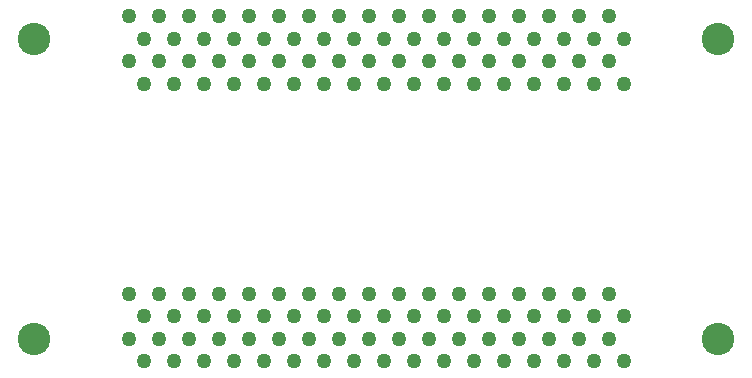
<source format=gbr>
%TF.GenerationSoftware,Altium Limited,Altium Designer,25.0.2 (28)*%
G04 Layer_Color=8388736*
%FSLAX45Y45*%
%MOMM*%
%TF.SameCoordinates,44E48E83-7C08-43AE-99C3-F3FE45A01566*%
%TF.FilePolarity,Negative*%
%TF.FileFunction,Soldermask,Top*%
%TF.Part,Single*%
G01*
G75*
%TA.AperFunction,ComponentPad*%
%ADD14C,2.74320*%
%ADD15C,1.27000*%
D14*
X2882900Y5524500D02*
D03*
X8674100D02*
D03*
Y2984500D02*
D03*
X2882900D02*
D03*
D15*
X3683000Y5334000D02*
D03*
X3937000D02*
D03*
X3810000Y5143500D02*
D03*
X4191000Y5334000D02*
D03*
X4064000Y5143500D02*
D03*
X4445000Y5334000D02*
D03*
X4318000Y5143500D02*
D03*
X4699000Y5334000D02*
D03*
X4572000Y5143500D02*
D03*
X4953000Y5334000D02*
D03*
X4826000Y5143500D02*
D03*
X5207000Y5334000D02*
D03*
X5080000Y5143500D02*
D03*
X5461000Y5334000D02*
D03*
X5334000Y5143500D02*
D03*
X5715000Y5334000D02*
D03*
X5588000Y5143500D02*
D03*
X5969000Y5334000D02*
D03*
X5842000Y5143500D02*
D03*
X6223000Y5334000D02*
D03*
X6096000Y5143500D02*
D03*
X6477000Y5334000D02*
D03*
X6350000Y5143500D02*
D03*
X6731000Y5334000D02*
D03*
X6604000Y5143500D02*
D03*
X6985000Y5334000D02*
D03*
X6858000Y5143500D02*
D03*
X7239000Y5334000D02*
D03*
X7112000Y5143500D02*
D03*
X7493000Y5334000D02*
D03*
X7366000Y5143500D02*
D03*
X7747000Y5334000D02*
D03*
X7620000Y5143500D02*
D03*
X7874000D02*
D03*
X3683000Y5715000D02*
D03*
X3937000D02*
D03*
X3810000Y5524500D02*
D03*
X4191000Y5715000D02*
D03*
X4064000Y5524500D02*
D03*
X4445000Y5715000D02*
D03*
X4318000Y5524500D02*
D03*
X4699000Y5715000D02*
D03*
X4572000Y5524500D02*
D03*
X4953000Y5715000D02*
D03*
X4826000Y5524500D02*
D03*
X5207000Y5715000D02*
D03*
X5080000Y5524500D02*
D03*
X5461000Y5715000D02*
D03*
X5334000Y5524500D02*
D03*
X5715000Y5715000D02*
D03*
X5588000Y5524500D02*
D03*
X5969000Y5715000D02*
D03*
X5842000Y5524500D02*
D03*
X6223000Y5715000D02*
D03*
X6096000Y5524500D02*
D03*
X6477000Y5715000D02*
D03*
X6350000Y5524500D02*
D03*
X6731000Y5715000D02*
D03*
X6604000Y5524500D02*
D03*
X6985000Y5715000D02*
D03*
X6858000Y5524500D02*
D03*
X7239000Y5715000D02*
D03*
X7112000Y5524500D02*
D03*
X7493000Y5715000D02*
D03*
X7366000Y5524500D02*
D03*
X7747000Y5715000D02*
D03*
X7620000Y5524500D02*
D03*
X7874000D02*
D03*
Y3175000D02*
D03*
X7620000D02*
D03*
X7747000Y3365500D02*
D03*
X7366000Y3175000D02*
D03*
X7493000Y3365500D02*
D03*
X7112000Y3175000D02*
D03*
X7239000Y3365500D02*
D03*
X6858000Y3175000D02*
D03*
X6985000Y3365500D02*
D03*
X6604000Y3175000D02*
D03*
X6731000Y3365500D02*
D03*
X6350000Y3175000D02*
D03*
X6477000Y3365500D02*
D03*
X6096000Y3175000D02*
D03*
X6223000Y3365500D02*
D03*
X5842000Y3175000D02*
D03*
X5969000Y3365500D02*
D03*
X5588000Y3175000D02*
D03*
X5715000Y3365500D02*
D03*
X5334000Y3175000D02*
D03*
X5461000Y3365500D02*
D03*
X5080000Y3175000D02*
D03*
X5207000Y3365500D02*
D03*
X4826000Y3175000D02*
D03*
X4953000Y3365500D02*
D03*
X4572000Y3175000D02*
D03*
X4699000Y3365500D02*
D03*
X4318000Y3175000D02*
D03*
X4445000Y3365500D02*
D03*
X4064000Y3175000D02*
D03*
X4191000Y3365500D02*
D03*
X3810000Y3175000D02*
D03*
X3937000Y3365500D02*
D03*
X3683000D02*
D03*
X7874000Y2794000D02*
D03*
X7620000D02*
D03*
X7747000Y2984500D02*
D03*
X7366000Y2794000D02*
D03*
X7493000Y2984500D02*
D03*
X7112000Y2794000D02*
D03*
X7239000Y2984500D02*
D03*
X6858000Y2794000D02*
D03*
X6985000Y2984500D02*
D03*
X6604000Y2794000D02*
D03*
X6731000Y2984500D02*
D03*
X6350000Y2794000D02*
D03*
X6477000Y2984500D02*
D03*
X6096000Y2794000D02*
D03*
X6223000Y2984500D02*
D03*
X5842000Y2794000D02*
D03*
X5969000Y2984500D02*
D03*
X5588000Y2794000D02*
D03*
X5715000Y2984500D02*
D03*
X5334000Y2794000D02*
D03*
X5461000Y2984500D02*
D03*
X5080000Y2794000D02*
D03*
X5207000Y2984500D02*
D03*
X4826000Y2794000D02*
D03*
X4953000Y2984500D02*
D03*
X4572000Y2794000D02*
D03*
X4699000Y2984500D02*
D03*
X4318000Y2794000D02*
D03*
X4445000Y2984500D02*
D03*
X4064000Y2794000D02*
D03*
X4191000Y2984500D02*
D03*
X3810000Y2794000D02*
D03*
X3937000Y2984500D02*
D03*
X3683000D02*
D03*
%TF.MD5,12b42690eed9200c607462172afaeb30*%
M02*

</source>
